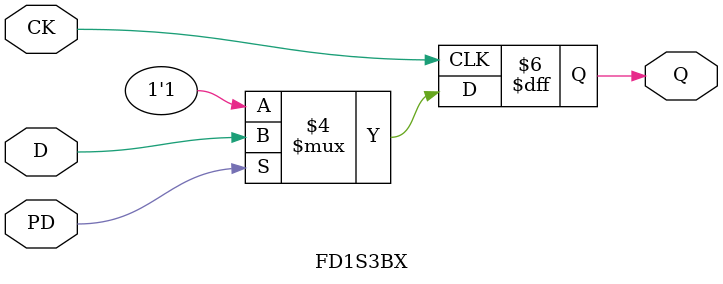
<source format=v>
module FD1S3BX (
    input CK,
    input D,
    input PD,
    output Q
);

always @(posedge CK) begin
    if (!PD) begin
        Q <= 1'b1;
    end else begin
        Q <= D;
    end
end

endmodule

</source>
